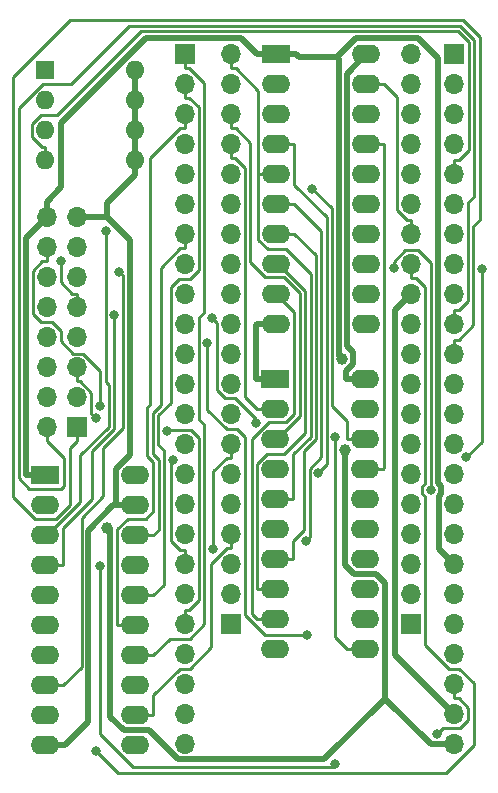
<source format=gbr>
%TF.GenerationSoftware,KiCad,Pcbnew,7.0.1*%
%TF.CreationDate,2023-05-02T12:06:23-07:00*%
%TF.ProjectId,tn9k_f18_fat,746e396b-5f66-4313-985f-6661742e6b69,rev?*%
%TF.SameCoordinates,Original*%
%TF.FileFunction,Copper,L1,Top*%
%TF.FilePolarity,Positive*%
%FSLAX46Y46*%
G04 Gerber Fmt 4.6, Leading zero omitted, Abs format (unit mm)*
G04 Created by KiCad (PCBNEW 7.0.1) date 2023-05-02 12:06:23*
%MOMM*%
%LPD*%
G01*
G04 APERTURE LIST*
%TA.AperFunction,ComponentPad*%
%ADD10R,2.400000X1.600000*%
%TD*%
%TA.AperFunction,ComponentPad*%
%ADD11O,2.400000X1.600000*%
%TD*%
%TA.AperFunction,ComponentPad*%
%ADD12R,1.700000X1.700000*%
%TD*%
%TA.AperFunction,ComponentPad*%
%ADD13O,1.700000X1.700000*%
%TD*%
%TA.AperFunction,ComponentPad*%
%ADD14R,1.600000X1.600000*%
%TD*%
%TA.AperFunction,ComponentPad*%
%ADD15O,1.600000X1.600000*%
%TD*%
%TA.AperFunction,ViaPad*%
%ADD16C,1.000000*%
%TD*%
%TA.AperFunction,ViaPad*%
%ADD17C,0.800000*%
%TD*%
%TA.AperFunction,Conductor*%
%ADD18C,0.500000*%
%TD*%
%TA.AperFunction,Conductor*%
%ADD19C,0.250000*%
%TD*%
G04 APERTURE END LIST*
D10*
%TO.P,U3,1,DIR*%
%TO.N,VCC*%
X138811000Y-85852000D03*
D11*
%TO.P,U3,2,A0*%
%TO.N,~{RESET}*%
X138811000Y-88392000D03*
%TO.P,U3,3,A1*%
%TO.N,~{INT_3V3}*%
X138811000Y-90932000D03*
%TO.P,U3,4,A2*%
%TO.N,~{CSW}*%
X138811000Y-93472000D03*
%TO.P,U3,5,A3*%
%TO.N,~{CSR}*%
X138811000Y-96012000D03*
%TO.P,U3,6,A4*%
%TO.N,MODE*%
X138811000Y-98552000D03*
%TO.P,U3,7,A5*%
%TO.N,CPUCLK_3V3*%
X138811000Y-101092000D03*
%TO.P,U3,8,A6*%
%TO.N,GROMCLK_3V3*%
X138811000Y-103632000D03*
%TO.P,U3,9,A7*%
%TO.N,unconnected-(U3-A7-Pad9)*%
X138811000Y-106172000D03*
%TO.P,U3,10,GND*%
%TO.N,GND*%
X138811000Y-108712000D03*
%TO.P,U3,11,B7*%
%TO.N,unconnected-(U3-B7-Pad11)*%
X146431000Y-108712000D03*
%TO.P,U3,12,B6*%
%TO.N,GROMCLK*%
X146431000Y-106172000D03*
%TO.P,U3,13,B5*%
%TO.N,CPUCLK*%
X146431000Y-103632000D03*
%TO.P,U3,14,B4*%
%TO.N,MODE_3V3*%
X146431000Y-101092000D03*
%TO.P,U3,15,B3*%
%TO.N,~{CSR_3V3}*%
X146431000Y-98552000D03*
%TO.P,U3,16,B2*%
%TO.N,~{CSW_3V3}*%
X146431000Y-96012000D03*
%TO.P,U3,17,B1*%
%TO.N,~{INT}*%
X146431000Y-93472000D03*
%TO.P,U3,18,B0*%
%TO.N,~{RESET_3V3}*%
X146431000Y-90932000D03*
%TO.P,U3,19,~{0E}*%
%TO.N,GND*%
X146431000Y-88392000D03*
%TO.P,U3,20,VCC*%
%TO.N,VCC_3V3*%
X146431000Y-85852000D03*
%TD*%
D12*
%TO.P,J3,1,Pin_1*%
%TO.N,MODE_3V3*%
X150622000Y-50165000D03*
D13*
%TO.P,J3,2,Pin_2*%
%TO.N,~{CSW_3V3}*%
X150622000Y-52705000D03*
%TO.P,J3,3,Pin_3*%
%TO.N,~{CSR_3V3}*%
X150622000Y-55245000D03*
%TO.P,J3,4,Pin_4*%
%TO.N,~{INT_3V3}*%
X150622000Y-57785000D03*
%TO.P,J3,5,Pin_5*%
%TO.N,CPUCLK_3V3*%
X150622000Y-60325000D03*
%TO.P,J3,6,Pin_6*%
%TO.N,GROMCLK_3V3*%
X150622000Y-62865000D03*
%TO.P,J3,7,Pin_7*%
%TO.N,~{RESET_3V3}*%
X150622000Y-65405000D03*
%TO.P,J3,8,Pin_8*%
%TO.N,CD0_3V3*%
X150622000Y-67945000D03*
%TO.P,J3,9,Pin_9*%
%TO.N,CD1_3V3*%
X150622000Y-70485000D03*
%TO.P,J3,10,Pin_10*%
%TO.N,CD2_3V3*%
X150622000Y-73025000D03*
%TO.P,J3,11,Pin_11*%
%TO.N,CD3_3V3*%
X150622000Y-75565000D03*
%TO.P,J3,12,Pin_12*%
%TO.N,CD4_3V3*%
X150622000Y-78105000D03*
%TO.P,J3,13,Pin_13*%
%TO.N,CD5_3V3*%
X150622000Y-80645000D03*
%TO.P,J3,14,Pin_14*%
%TO.N,CD6_3V3*%
X150622000Y-83185000D03*
%TO.P,J3,15,Pin_15*%
%TO.N,CD7_3V3*%
X150622000Y-85725000D03*
%TO.P,J3,16,Pin_16*%
%TO.N,VS_3V3*%
X150622000Y-88265000D03*
%TO.P,J3,17,Pin_17*%
%TO.N,R3_3V3*%
X150622000Y-90805000D03*
%TO.P,J3,18,Pin_18*%
%TO.N,R2_3V3*%
X150622000Y-93345000D03*
%TO.P,J3,19,Pin_19*%
%TO.N,G3_3V3*%
X150622000Y-95885000D03*
%TO.P,J3,20,Pin_20*%
%TO.N,G2_3V3*%
X150622000Y-98425000D03*
%TO.P,J3,21,Pin_21*%
%TO.N,G1_3V3*%
X150622000Y-100965000D03*
%TO.P,J3,22,Pin_22*%
%TO.N,G0_3V3*%
X150622000Y-103505000D03*
%TO.P,J3,23,Pin_23*%
%TO.N,unconnected-(J3-Pin_23-Pad23)*%
X150622000Y-106045000D03*
%TO.P,J3,24,Pin_24*%
%TO.N,unconnected-(J3-Pin_24-Pad24)*%
X150622000Y-108585000D03*
%TD*%
D14*
%TO.P,J5,1,Pin_1*%
%TO.N,USR1_1V8*%
X138811000Y-51562000D03*
D15*
%TO.P,J5,2,Pin_2*%
%TO.N,USR2_1V8*%
X138811000Y-54102000D03*
%TO.P,J5,3,Pin_3*%
%TO.N,USR3_1V8*%
X138811000Y-56642000D03*
%TO.P,J5,4,Pin_4*%
%TO.N,USR4_1V8*%
X138811000Y-59182000D03*
%TO.P,J5,5,Pin_5*%
%TO.N,GND*%
X146431000Y-59182000D03*
%TO.P,J5,6,Pin_6*%
X146431000Y-56642000D03*
%TO.P,J5,7,Pin_7*%
X146431000Y-54102000D03*
%TO.P,J5,8,Pin_8*%
X146431000Y-51562000D03*
%TD*%
D12*
%TO.P,J6,1,Pin_1*%
%TO.N,R0_3V3*%
X141478000Y-81788000D03*
D13*
%TO.P,J6,2,Pin_2*%
%TO.N,R1_3V3*%
X138938000Y-81788000D03*
%TO.P,J6,3,Pin_3*%
%TO.N,R2_3V3*%
X141478000Y-79248000D03*
%TO.P,J6,4,Pin_4*%
%TO.N,R3_3V3*%
X138938000Y-79248000D03*
%TO.P,J6,5,Pin_5*%
%TO.N,G0_3V3*%
X141478000Y-76708000D03*
%TO.P,J6,6,Pin_6*%
%TO.N,G1_3V3*%
X138938000Y-76708000D03*
%TO.P,J6,7,Pin_7*%
%TO.N,G2_3V3*%
X141478000Y-74168000D03*
%TO.P,J6,8,Pin_8*%
%TO.N,G3_3V3*%
X138938000Y-74168000D03*
%TO.P,J6,9,Pin_9*%
%TO.N,B0_3V3*%
X141478000Y-71628000D03*
%TO.P,J6,10,Pin_10*%
%TO.N,B1_3V3*%
X138938000Y-71628000D03*
%TO.P,J6,11,Pin_11*%
%TO.N,B2_3V3*%
X141478000Y-69088000D03*
%TO.P,J6,12,Pin_12*%
%TO.N,B3_3V3*%
X138938000Y-69088000D03*
%TO.P,J6,13,Pin_13*%
%TO.N,HS_3V3*%
X141478000Y-66548000D03*
%TO.P,J6,14,Pin_14*%
%TO.N,VS_3V3*%
X138938000Y-66548000D03*
%TO.P,J6,15,Pin_15*%
%TO.N,GND*%
X141478000Y-64008000D03*
%TO.P,J6,16,Pin_16*%
%TO.N,VCC*%
X138938000Y-64008000D03*
%TD*%
D12*
%TO.P,J4,1,Pin_1*%
%TO.N,HS_3V3*%
X173438900Y-50165000D03*
D13*
%TO.P,J4,2,Pin_2*%
%TO.N,USR1_1V8*%
X173438900Y-52705000D03*
%TO.P,J4,3,Pin_3*%
%TO.N,USR2_1V8*%
X173438900Y-55245000D03*
%TO.P,J4,4,Pin_4*%
%TO.N,USR3_1V8*%
X173438900Y-57785000D03*
%TO.P,J4,5,Pin_5*%
%TO.N,USR4_1V8*%
X173438900Y-60325000D03*
%TO.P,J4,6,Pin_6*%
%TO.N,unconnected-(J4-Pin_6-Pad6)*%
X173438900Y-62865000D03*
%TO.P,J4,7,Pin_7*%
%TO.N,unconnected-(J4-Pin_7-Pad7)*%
X173438900Y-65405000D03*
%TO.P,J4,8,Pin_8*%
%TO.N,unconnected-(J4-Pin_8-Pad8)*%
X173438900Y-67945000D03*
%TO.P,J4,9,Pin_9*%
%TO.N,unconnected-(J4-Pin_9-Pad9)*%
X173438900Y-70485000D03*
%TO.P,J4,10,Pin_10*%
%TO.N,R1_3V3*%
X173438900Y-73025000D03*
%TO.P,J4,11,Pin_11*%
%TO.N,R0_3V3*%
X173438900Y-75565000D03*
%TO.P,J4,12,Pin_12*%
%TO.N,unconnected-(J4-Pin_12-Pad12)*%
X173438900Y-78105000D03*
%TO.P,J4,13,Pin_13*%
%TO.N,unconnected-(J4-Pin_13-Pad13)*%
X173438900Y-80645000D03*
%TO.P,J4,14,Pin_14*%
%TO.N,unconnected-(J4-Pin_14-Pad14)*%
X173438900Y-83185000D03*
%TO.P,J4,15,Pin_15*%
%TO.N,unconnected-(J4-Pin_15-Pad15)*%
X173438900Y-85725000D03*
%TO.P,J4,16,Pin_16*%
%TO.N,unconnected-(J4-Pin_16-Pad16)*%
X173438900Y-88265000D03*
%TO.P,J4,17,Pin_17*%
%TO.N,unconnected-(J4-Pin_17-Pad17)*%
X173438900Y-90805000D03*
%TO.P,J4,18,Pin_18*%
%TO.N,VCC*%
X173438900Y-93345000D03*
%TO.P,J4,19,Pin_19*%
%TO.N,B3_3V3*%
X173438900Y-95885000D03*
%TO.P,J4,20,Pin_20*%
%TO.N,B2_3V3*%
X173438900Y-98425000D03*
%TO.P,J4,21,Pin_21*%
%TO.N,B1_3V3*%
X173438900Y-100965000D03*
%TO.P,J4,22,Pin_22*%
%TO.N,B0_3V3*%
X173438900Y-103505000D03*
%TO.P,J4,23,Pin_23*%
%TO.N,GND*%
X173438900Y-106045000D03*
%TO.P,J4,24,Pin_24*%
%TO.N,VCC_3V3*%
X173438900Y-108585000D03*
%TD*%
D10*
%TO.P,U2,1,DIR*%
%TO.N,VCC*%
X158386700Y-50170000D03*
D11*
%TO.P,U2,2,A0*%
%TO.N,CD0*%
X158386700Y-52710000D03*
%TO.P,U2,3,A1*%
%TO.N,CD1*%
X158386700Y-55250000D03*
%TO.P,U2,4,A2*%
%TO.N,CD2*%
X158386700Y-57790000D03*
%TO.P,U2,5,A3*%
%TO.N,CD3*%
X158386700Y-60330000D03*
%TO.P,U2,6,A4*%
%TO.N,CD4*%
X158386700Y-62870000D03*
%TO.P,U2,7,A5*%
%TO.N,CD5*%
X158386700Y-65410000D03*
%TO.P,U2,8,A6*%
%TO.N,CD6*%
X158386700Y-67950000D03*
%TO.P,U2,9,A7*%
%TO.N,CD7*%
X158386700Y-70490000D03*
%TO.P,U2,10,GND*%
%TO.N,GND*%
X158386700Y-73030000D03*
%TO.P,U2,11,B7*%
%TO.N,CD7_3V3*%
X166006700Y-73030000D03*
%TO.P,U2,12,B6*%
%TO.N,CD6_3V3*%
X166006700Y-70490000D03*
%TO.P,U2,13,B5*%
%TO.N,CD5_3V3*%
X166006700Y-67950000D03*
%TO.P,U2,14,B4*%
%TO.N,CD4_3V3*%
X166006700Y-65410000D03*
%TO.P,U2,15,B3*%
%TO.N,CD3_3V3*%
X166006700Y-62870000D03*
%TO.P,U2,16,B2*%
%TO.N,CD2_3V3*%
X166006700Y-60330000D03*
%TO.P,U2,17,B1*%
%TO.N,CD1_3V3*%
X166006700Y-57790000D03*
%TO.P,U2,18,B0*%
%TO.N,CD0_3V3*%
X166006700Y-55250000D03*
%TO.P,U2,19,~{0E}*%
%TO.N,~{CSW}*%
X166006700Y-52710000D03*
%TO.P,U2,20,VCC*%
%TO.N,VCC_3V3*%
X166006700Y-50170000D03*
%TD*%
D10*
%TO.P,U1,1,DIR*%
%TO.N,GND*%
X158300500Y-77698600D03*
D11*
%TO.P,U1,2,A0*%
%TO.N,CD0*%
X158300500Y-80238600D03*
%TO.P,U1,3,A1*%
%TO.N,CD1*%
X158300500Y-82778600D03*
%TO.P,U1,4,A2*%
%TO.N,CD2*%
X158300500Y-85318600D03*
%TO.P,U1,5,A3*%
%TO.N,CD3*%
X158300500Y-87858600D03*
%TO.P,U1,6,A4*%
%TO.N,CD4*%
X158300500Y-90398600D03*
%TO.P,U1,7,A5*%
%TO.N,CD5*%
X158300500Y-92938600D03*
%TO.P,U1,8,A6*%
%TO.N,CD6*%
X158300500Y-95478600D03*
%TO.P,U1,9,A7*%
%TO.N,CD7*%
X158300500Y-98018600D03*
%TO.P,U1,10,GND*%
%TO.N,GND*%
X158300500Y-100558600D03*
%TO.P,U1,11,B7*%
%TO.N,CD7_3V3*%
X165920500Y-100558600D03*
%TO.P,U1,12,B6*%
%TO.N,CD6_3V3*%
X165920500Y-98018600D03*
%TO.P,U1,13,B5*%
%TO.N,CD5_3V3*%
X165920500Y-95478600D03*
%TO.P,U1,14,B4*%
%TO.N,CD4_3V3*%
X165920500Y-92938600D03*
%TO.P,U1,15,B3*%
%TO.N,CD3_3V3*%
X165920500Y-90398600D03*
%TO.P,U1,16,B2*%
%TO.N,CD2_3V3*%
X165920500Y-87858600D03*
%TO.P,U1,17,B1*%
%TO.N,CD1_3V3*%
X165920500Y-85318600D03*
%TO.P,U1,18,B0*%
%TO.N,CD0_3V3*%
X165920500Y-82778600D03*
%TO.P,U1,19,~{0E}*%
%TO.N,~{CSR}*%
X165920500Y-80238600D03*
%TO.P,U1,20,VCC*%
%TO.N,VCC_3V3*%
X165920500Y-77698600D03*
%TD*%
D12*
%TO.P,J2,1,Pin_1*%
%TO.N,unconnected-(J2-Pin_1-Pad1)*%
X154566700Y-98420000D03*
D13*
%TO.P,J2,2,Pin_2*%
%TO.N,unconnected-(J2-Pin_2-Pad2)*%
X154566700Y-95880000D03*
%TO.P,J2,3,Pin_3*%
%TO.N,CPUCLK*%
X154566700Y-93340000D03*
%TO.P,J2,4,Pin_4*%
%TO.N,GROMCLK*%
X154566700Y-90800000D03*
%TO.P,J2,5,Pin_5*%
%TO.N,COMVID*%
X154566700Y-88260000D03*
%TO.P,J2,6,Pin_6*%
%TO.N,EXTVDP*%
X154566700Y-85720000D03*
%TO.P,J2,7,Pin_7*%
%TO.N,~{RESET}*%
X154566700Y-83180000D03*
%TO.P,J2,8,Pin_8*%
%TO.N,VCC*%
X154566700Y-80640000D03*
%TO.P,J2,9,Pin_9*%
%TO.N,unconnected-(J2-Pin_9-Pad9)*%
X154566700Y-78100000D03*
%TO.P,J2,10,Pin_10*%
%TO.N,unconnected-(J2-Pin_10-Pad10)*%
X154566700Y-75560000D03*
%TO.P,J2,11,Pin_11*%
%TO.N,unconnected-(J2-Pin_11-Pad11)*%
X154566700Y-73020000D03*
%TO.P,J2,12,Pin_12*%
%TO.N,unconnected-(J2-Pin_12-Pad12)*%
X154566700Y-70480000D03*
%TO.P,J2,13,Pin_13*%
%TO.N,unconnected-(J2-Pin_13-Pad13)*%
X154566700Y-67940000D03*
%TO.P,J2,14,Pin_14*%
%TO.N,unconnected-(J2-Pin_14-Pad14)*%
X154566700Y-65400000D03*
%TO.P,J2,15,Pin_15*%
%TO.N,unconnected-(J2-Pin_15-Pad15)*%
X154566700Y-62860000D03*
%TO.P,J2,16,Pin_16*%
%TO.N,unconnected-(J2-Pin_16-Pad16)*%
X154566700Y-60320000D03*
%TO.P,J2,17,Pin_17*%
%TO.N,CD0*%
X154566700Y-57780000D03*
%TO.P,J2,18,Pin_18*%
%TO.N,CD1*%
X154566700Y-55240000D03*
%TO.P,J2,19,Pin_19*%
%TO.N,CD2*%
X154566700Y-52700000D03*
%TO.P,J2,20,Pin_20*%
%TO.N,CD3*%
X154566700Y-50160000D03*
%TD*%
D12*
%TO.P,J1,1,Pin_1*%
%TO.N,unconnected-(J1-Pin_1-Pad1)*%
X169806700Y-98420000D03*
D13*
%TO.P,J1,2,Pin_2*%
%TO.N,unconnected-(J1-Pin_2-Pad2)*%
X169806700Y-95880000D03*
%TO.P,J1,3,Pin_3*%
%TO.N,unconnected-(J1-Pin_3-Pad3)*%
X169806700Y-93340000D03*
%TO.P,J1,4,Pin_4*%
%TO.N,unconnected-(J1-Pin_4-Pad4)*%
X169806700Y-90800000D03*
%TO.P,J1,5,Pin_5*%
%TO.N,unconnected-(J1-Pin_5-Pad5)*%
X169806700Y-88260000D03*
%TO.P,J1,6,Pin_6*%
%TO.N,unconnected-(J1-Pin_6-Pad6)*%
X169806700Y-85720000D03*
%TO.P,J1,7,Pin_7*%
%TO.N,unconnected-(J1-Pin_7-Pad7)*%
X169806700Y-83180000D03*
%TO.P,J1,8,Pin_8*%
%TO.N,unconnected-(J1-Pin_8-Pad8)*%
X169806700Y-80640000D03*
%TO.P,J1,9,Pin_9*%
%TO.N,unconnected-(J1-Pin_9-Pad9)*%
X169806700Y-78100000D03*
%TO.P,J1,10,Pin_10*%
%TO.N,unconnected-(J1-Pin_10-Pad10)*%
X169806700Y-75560000D03*
%TO.P,J1,11,Pin_11*%
%TO.N,unconnected-(J1-Pin_11-Pad11)*%
X169806700Y-73020000D03*
%TO.P,J1,12,Pin_12*%
%TO.N,GND*%
X169806700Y-70480000D03*
%TO.P,J1,13,Pin_13*%
%TO.N,MODE*%
X169806700Y-67940000D03*
%TO.P,J1,14,Pin_14*%
%TO.N,~{CSW}*%
X169806700Y-65400000D03*
%TO.P,J1,15,Pin_15*%
%TO.N,~{CSR}*%
X169806700Y-62860000D03*
%TO.P,J1,16,Pin_16*%
%TO.N,~{INT}*%
X169806700Y-60320000D03*
%TO.P,J1,17,Pin_17*%
%TO.N,CD7*%
X169806700Y-57780000D03*
%TO.P,J1,18,Pin_18*%
%TO.N,CD6*%
X169806700Y-55240000D03*
%TO.P,J1,19,Pin_19*%
%TO.N,CD5*%
X169806700Y-52700000D03*
%TO.P,J1,20,Pin_20*%
%TO.N,CD4*%
X169806700Y-50160000D03*
%TD*%
D16*
%TO.N,VCC_3V3*%
X164210400Y-83660000D03*
X144060000Y-90259600D03*
D17*
%TO.N,VS_3V3*%
X143457100Y-79985400D03*
%TO.N,R2_3V3*%
X149629700Y-84507400D03*
D16*
%TO.N,VCC*%
X163905000Y-76019200D03*
D17*
%TO.N,B0_3V3*%
X140123500Y-67733900D03*
X172016200Y-107700800D03*
%TO.N,B2_3V3*%
X160964300Y-99367000D03*
X152528200Y-74664000D03*
%TO.N,~{INT_3V3}*%
X143917500Y-65111800D03*
%TO.N,GROMCLK_3V3*%
X145092700Y-68599500D03*
%TO.N,CD0_3V3*%
X161426000Y-61575100D03*
%TO.N,CD2_3V3*%
X152931900Y-72486000D03*
X156667000Y-81387200D03*
%TO.N,CD4_3V3*%
X175790100Y-68345400D03*
X174469400Y-84304000D03*
%TO.N,CD5_3V3*%
X168306800Y-68289000D03*
X171464500Y-87084800D03*
%TO.N,CD7_3V3*%
X163357600Y-82590600D03*
%TO.N,G0_3V3*%
X143083900Y-81011700D03*
%TO.N,G2_3V3*%
X149128900Y-82118100D03*
%TO.N,MODE*%
X143120400Y-109137900D03*
%TO.N,~{CSW}*%
X144642600Y-72261600D03*
%TO.N,~{INT}*%
X163340100Y-110283100D03*
X143450300Y-93555400D03*
%TO.N,CD4*%
X160920200Y-91361800D03*
%TO.N,CD2*%
X161927000Y-85607400D03*
%TO.N,~{RESET}*%
X153041000Y-92061500D03*
%TD*%
D18*
%TO.N,VCC_3V3*%
X164270400Y-77698600D02*
X164270400Y-76997600D01*
X164210400Y-93423000D02*
X164996000Y-94208600D01*
X167600100Y-104743100D02*
X171442000Y-108585000D01*
X164855100Y-75383100D02*
X164356500Y-74884500D01*
X164210400Y-83660000D02*
X164210400Y-93423000D01*
X164996000Y-94208600D02*
X166850500Y-94208600D01*
X144300400Y-90500000D02*
X144060000Y-90259600D01*
X171442000Y-108585000D02*
X172138800Y-108585000D01*
X167600100Y-94958200D02*
X167600100Y-104743100D01*
X144300400Y-106301200D02*
X144300400Y-90500000D01*
X173438900Y-108585000D02*
X172138800Y-108585000D01*
X165920500Y-77698600D02*
X164270400Y-77698600D01*
X164356500Y-51820200D02*
X166006700Y-50170000D01*
X150014000Y-109894700D02*
X147561100Y-107441800D01*
X164855100Y-76412900D02*
X164855100Y-75383100D01*
X164270400Y-76997600D02*
X164855100Y-76412900D01*
X167600100Y-104743100D02*
X162448500Y-109894700D01*
X166850500Y-94208600D02*
X167600100Y-94958200D01*
X145441000Y-107441800D02*
X144300400Y-106301200D01*
X147561100Y-107441800D02*
X145441000Y-107441800D01*
X162448500Y-109894700D02*
X150014000Y-109894700D01*
X164356500Y-74884500D02*
X164356500Y-51820200D01*
%TO.N,GND*%
X145957800Y-84157200D02*
X145957800Y-65924600D01*
X144583900Y-88392000D02*
X142463100Y-90512800D01*
X168462800Y-101068900D02*
X173438900Y-106045000D01*
X158386700Y-73030000D02*
X156736600Y-73030000D01*
X146431000Y-56642000D02*
X146431000Y-54102000D01*
X146431000Y-51562000D02*
X146431000Y-54102000D01*
X146431000Y-59182000D02*
X146431000Y-60432100D01*
X146431000Y-88392000D02*
X144780800Y-88392000D01*
X144780800Y-85334200D02*
X145957800Y-84157200D01*
X144041200Y-64008000D02*
X141478000Y-64008000D01*
X145957800Y-65924600D02*
X144041200Y-64008000D01*
X168462800Y-71823900D02*
X168462800Y-101068900D01*
X146431000Y-60432100D02*
X144041200Y-62821900D01*
X146431000Y-56642000D02*
X146431000Y-59182000D01*
X144041200Y-62821900D02*
X144041200Y-64008000D01*
X144780800Y-88392000D02*
X144780800Y-85334200D01*
X138811000Y-108712000D02*
X140461100Y-108712000D01*
X142463100Y-90512800D02*
X142463100Y-106710000D01*
X158300500Y-77698600D02*
X156650400Y-77698600D01*
X156736600Y-73030000D02*
X156650400Y-73116200D01*
X144780800Y-88392000D02*
X144583900Y-88392000D01*
X142463100Y-106710000D02*
X140461100Y-108712000D01*
X156650400Y-73116200D02*
X156650400Y-77698600D01*
X169806700Y-70480000D02*
X168462800Y-71823900D01*
D19*
%TO.N,VS_3V3*%
X137736100Y-72168700D02*
X137736100Y-68559700D01*
X137736100Y-68559700D02*
X138572700Y-67723100D01*
X141968500Y-75532800D02*
X141178700Y-75532800D01*
X138572700Y-67723100D02*
X138938000Y-67723100D01*
X138938000Y-66548000D02*
X138938000Y-67723100D01*
X140113200Y-73642300D02*
X139368900Y-72898000D01*
X140113200Y-74467300D02*
X140113200Y-73642300D01*
X138465400Y-72898000D02*
X137736100Y-72168700D01*
X141178700Y-75532800D02*
X140113200Y-74467300D01*
X143457100Y-79985400D02*
X143457100Y-77021400D01*
X143457100Y-77021400D02*
X141968500Y-75532800D01*
X139368900Y-72898000D02*
X138465400Y-72898000D01*
%TO.N,USR4_1V8*%
X174660900Y-49159000D02*
X174660900Y-58293100D01*
X138811000Y-59182000D02*
X138811000Y-58056900D01*
X138811000Y-58056900D02*
X138529700Y-58056900D01*
X174660900Y-58293100D02*
X173804100Y-59149900D01*
X138529700Y-58056900D02*
X137676300Y-57203500D01*
X137676300Y-56127500D02*
X138431800Y-55372000D01*
X173755600Y-48253700D02*
X174660900Y-49159000D01*
X139768700Y-55372000D02*
X146887000Y-48253700D01*
X137676300Y-57203500D02*
X137676300Y-56127500D01*
X138431800Y-55372000D02*
X139768700Y-55372000D01*
X146887000Y-48253700D02*
X173755600Y-48253700D01*
X173438900Y-60325000D02*
X173438900Y-59149900D01*
X173804100Y-59149900D02*
X173438900Y-59149900D01*
%TO.N,R2_3V3*%
X149629700Y-84507400D02*
X149446800Y-84690300D01*
X150254800Y-92169900D02*
X150622000Y-92169900D01*
X150622000Y-93345000D02*
X150622000Y-92169900D01*
X149446800Y-84690300D02*
X149446800Y-91361900D01*
X149446800Y-91361900D02*
X150254800Y-92169900D01*
D18*
%TO.N,VCC*%
X172314600Y-87437000D02*
X172314600Y-86732600D01*
X138938000Y-64008000D02*
X138938000Y-62707900D01*
X155395500Y-48828900D02*
X156736600Y-50170000D01*
X163551800Y-50445800D02*
X160312600Y-50445800D01*
X173438900Y-93345000D02*
X172132700Y-92038800D01*
X172314600Y-86732600D02*
X172072100Y-86490100D01*
X170408400Y-48853000D02*
X165144600Y-48853000D01*
X172132700Y-92038800D02*
X172132700Y-87618900D01*
X163654900Y-75769100D02*
X163905000Y-76019200D01*
X165144600Y-48853000D02*
X163551800Y-50445800D01*
X172132700Y-87618900D02*
X172314600Y-87437000D01*
X158386700Y-50170000D02*
X156736600Y-50170000D01*
X172072100Y-50516700D02*
X170408400Y-48853000D01*
X172072100Y-86490100D02*
X172072100Y-50516700D01*
X163654900Y-50548900D02*
X163654900Y-75769100D01*
X158386700Y-50170000D02*
X160036800Y-50170000D01*
X137160900Y-65785100D02*
X138938000Y-64008000D01*
X160312600Y-50445800D02*
X160036800Y-50170000D01*
X138938000Y-62707900D02*
X140177800Y-61468100D01*
X137160900Y-85852000D02*
X137160900Y-65785100D01*
X140177800Y-55983400D02*
X147332300Y-48828900D01*
X138811000Y-85852000D02*
X137160900Y-85852000D01*
X163551800Y-50445800D02*
X163654900Y-50548900D01*
X147332300Y-48828900D02*
X155395500Y-48828900D01*
X140177800Y-61468100D02*
X140177800Y-55983400D01*
D19*
%TO.N,B0_3V3*%
X173438900Y-103505000D02*
X173438900Y-104680100D01*
X174623700Y-106559400D02*
X173962900Y-107220200D01*
X141478000Y-71628000D02*
X141478000Y-70452900D01*
X140123500Y-69463700D02*
X141112700Y-70452900D01*
X141112700Y-70452900D02*
X141478000Y-70452900D01*
X140123500Y-67733900D02*
X140123500Y-69463700D01*
X173806100Y-104680100D02*
X174623700Y-105497700D01*
X174623700Y-105497700D02*
X174623700Y-106559400D01*
X173438900Y-104680100D02*
X173806100Y-104680100D01*
X173962900Y-107220200D02*
X172496800Y-107220200D01*
X172496800Y-107220200D02*
X172016200Y-107700800D01*
%TO.N,B2_3V3*%
X157419600Y-99367000D02*
X155747900Y-97695300D01*
X155747900Y-82617300D02*
X155040600Y-81910000D01*
X155040600Y-81910000D02*
X154162700Y-81910000D01*
X155747900Y-97695300D02*
X155747900Y-82617300D01*
X152528200Y-80275500D02*
X152528200Y-74664000D01*
X154162700Y-81910000D02*
X152528200Y-80275500D01*
X160964300Y-99367000D02*
X157419600Y-99367000D01*
%TO.N,MODE_3V3*%
X152285800Y-98459300D02*
X151050100Y-99695000D01*
X146431000Y-101092000D02*
X147956100Y-101092000D01*
X152260700Y-72039200D02*
X151800100Y-72499800D01*
X152260700Y-52611600D02*
X152260700Y-72039200D01*
X150622000Y-50165000D02*
X150622000Y-51340100D01*
X151800100Y-72499800D02*
X151800100Y-81097000D01*
X151050100Y-99695000D02*
X149353100Y-99695000D01*
X152285800Y-81582700D02*
X152285800Y-98459300D01*
X150622000Y-51340100D02*
X150989200Y-51340100D01*
X151800100Y-81097000D02*
X152285800Y-81582700D01*
X150989200Y-51340100D02*
X152260700Y-52611600D01*
X149353100Y-99695000D02*
X147956100Y-101092000D01*
%TO.N,~{CSW_3V3}*%
X150622000Y-52705000D02*
X150622000Y-53880100D01*
X150140900Y-69215000D02*
X151033500Y-69215000D01*
X151033500Y-69215000D02*
X151802200Y-68446300D01*
X148382300Y-80756800D02*
X149446800Y-79692300D01*
X148870400Y-95097700D02*
X148870400Y-83732700D01*
X149446800Y-79692300D02*
X149446800Y-69909100D01*
X146431000Y-96012000D02*
X147956100Y-96012000D01*
X150989200Y-53880100D02*
X150622000Y-53880100D01*
X147956100Y-96012000D02*
X148870400Y-95097700D01*
X148870400Y-83732700D02*
X148382300Y-83244600D01*
X149446800Y-69909100D02*
X150140900Y-69215000D01*
X148382300Y-83244600D02*
X148382300Y-80756800D01*
X151802200Y-68446300D02*
X151802200Y-54693100D01*
X151802200Y-54693100D02*
X150989200Y-53880100D01*
%TO.N,~{CSR_3V3}*%
X147465500Y-80082200D02*
X147465500Y-84237700D01*
X147328000Y-89517200D02*
X145794300Y-89517200D01*
X147465500Y-84237700D02*
X147965000Y-84737200D01*
X147965000Y-88880200D02*
X147328000Y-89517200D01*
X144905900Y-90405600D02*
X144905900Y-98552000D01*
X147965000Y-84737200D02*
X147965000Y-88880200D01*
X146431000Y-98552000D02*
X144905900Y-98552000D01*
X147690700Y-79857000D02*
X147465500Y-80082200D01*
X145794300Y-89517200D02*
X144905900Y-90405600D01*
X150622000Y-56420100D02*
X150254800Y-56420100D01*
X147690700Y-58984200D02*
X147690700Y-79857000D01*
X150254800Y-56420100D02*
X147690700Y-58984200D01*
X150622000Y-55245000D02*
X150622000Y-56420100D01*
%TO.N,~{INT_3V3}*%
X138970100Y-90932000D02*
X141790800Y-88111300D01*
X144192400Y-81736900D02*
X144192400Y-78186700D01*
X141790800Y-88111300D02*
X141790800Y-84138500D01*
X141790800Y-84138500D02*
X144192400Y-81736900D01*
X138811000Y-90932000D02*
X138970100Y-90932000D01*
X144192400Y-78186700D02*
X143917500Y-77911800D01*
X143917500Y-77911800D02*
X143917500Y-65111800D01*
%TO.N,GROMCLK_3V3*%
X141888000Y-89450700D02*
X143711900Y-87626800D01*
X141888000Y-102080100D02*
X141888000Y-89450700D01*
X145367800Y-68874600D02*
X145092700Y-68599500D01*
X138811000Y-103632000D02*
X140336100Y-103632000D01*
X145367800Y-81856200D02*
X145367800Y-68874600D01*
X143711900Y-87626800D02*
X143711900Y-83512100D01*
X140336100Y-103632000D02*
X141888000Y-102080100D01*
X143711900Y-83512100D02*
X145367800Y-81856200D01*
%TO.N,~{RESET_3V3}*%
X148576800Y-79925700D02*
X148576800Y-68258100D01*
X150622000Y-65405000D02*
X150622000Y-66580100D01*
X148576800Y-68258100D02*
X150254800Y-66580100D01*
X147915700Y-84051200D02*
X147915700Y-80586800D01*
X147915700Y-80586800D02*
X148576800Y-79925700D01*
X148415200Y-84550700D02*
X147915700Y-84051200D01*
X148415200Y-90472900D02*
X148415200Y-84550700D01*
X147956100Y-90932000D02*
X148415200Y-90472900D01*
X146431000Y-90932000D02*
X147956100Y-90932000D01*
X150254800Y-66580100D02*
X150622000Y-66580100D01*
%TO.N,CD0_3V3*%
X163079800Y-63228900D02*
X161426000Y-61575100D01*
X165920500Y-82778600D02*
X164395400Y-82778600D01*
X163079800Y-79937900D02*
X163079800Y-63228900D01*
X164395400Y-82778600D02*
X164395400Y-81253500D01*
X164395400Y-81253500D02*
X163079800Y-79937900D01*
%TO.N,CD1_3V3*%
X167531800Y-85232400D02*
X167531800Y-57790000D01*
X166006700Y-57790000D02*
X167531800Y-57790000D01*
X165920500Y-85318600D02*
X167445600Y-85318600D01*
X167445600Y-85318600D02*
X167531800Y-85232400D01*
%TO.N,CD2_3V3*%
X154039800Y-79275200D02*
X153375200Y-78610600D01*
X153375200Y-78610600D02*
X153375200Y-72929300D01*
X153375200Y-72929300D02*
X152931900Y-72486000D01*
X156667000Y-81387200D02*
X156667000Y-81067800D01*
X154874400Y-79275200D02*
X154039800Y-79275200D01*
X156667000Y-81067800D02*
X154874400Y-79275200D01*
%TO.N,CD4_3V3*%
X175790100Y-82983300D02*
X174469400Y-84304000D01*
X175790100Y-68345400D02*
X175790100Y-82983300D01*
%TO.N,CD5_3V3*%
X170366000Y-66764800D02*
X169287700Y-66764800D01*
X168306800Y-67745700D02*
X168306800Y-68289000D01*
X171464500Y-67863300D02*
X170366000Y-66764800D01*
X169287700Y-66764800D02*
X168306800Y-67745700D01*
X171464500Y-87084800D02*
X171464500Y-67863300D01*
%TO.N,CD7_3V3*%
X164395400Y-100558600D02*
X163357600Y-99520800D01*
X165920500Y-100558600D02*
X164395400Y-100558600D01*
X163357600Y-99520800D02*
X163357600Y-82590600D01*
%TO.N,R0_3V3*%
X173438900Y-75565000D02*
X173438900Y-74389900D01*
X175588200Y-64231900D02*
X175588200Y-48765100D01*
X140952100Y-88313300D02*
X140952100Y-83489000D01*
X174148300Y-47325200D02*
X140920200Y-47325200D01*
X141478000Y-81788000D02*
X141478000Y-82963100D01*
X175064200Y-73131800D02*
X175064200Y-64755900D01*
X136114100Y-52131300D02*
X136114100Y-87686900D01*
X175064200Y-64755900D02*
X175588200Y-64231900D01*
X175588200Y-48765100D02*
X174148300Y-47325200D01*
X137976000Y-89548800D02*
X139716600Y-89548800D01*
X136114100Y-87686900D02*
X137976000Y-89548800D01*
X173438900Y-74389900D02*
X173806100Y-74389900D01*
X139716600Y-89548800D02*
X140952100Y-88313300D01*
X140920200Y-47325200D02*
X136114100Y-52131300D01*
X173806100Y-74389900D02*
X175064200Y-73131800D01*
X140952100Y-83489000D02*
X141478000Y-82963100D01*
%TO.N,R1_3V3*%
X138938000Y-82963100D02*
X140371600Y-84396700D01*
X173942100Y-47803500D02*
X175138000Y-48999400D01*
X137457000Y-86977200D02*
X136585700Y-86105900D01*
X173438900Y-73025000D02*
X173438900Y-71849900D01*
X173806200Y-71849900D02*
X173438900Y-71849900D01*
X138633500Y-52687200D02*
X141035800Y-52687200D01*
X140371600Y-86761900D02*
X140156300Y-86977200D01*
X174614000Y-62743300D02*
X174614000Y-71042100D01*
X140371600Y-84396700D02*
X140371600Y-86761900D01*
X138938000Y-81788000D02*
X138938000Y-82963100D01*
X175138000Y-48999400D02*
X175138000Y-62219300D01*
X136585700Y-86105900D02*
X136585700Y-54735000D01*
X174614000Y-71042100D02*
X173806200Y-71849900D01*
X145919500Y-47803500D02*
X173942100Y-47803500D01*
X141035800Y-52687200D02*
X145919500Y-47803500D01*
X175138000Y-62219300D02*
X174614000Y-62743300D01*
X136585700Y-54735000D02*
X138633500Y-52687200D01*
X140156300Y-86977200D02*
X137457000Y-86977200D01*
%TO.N,G0_3V3*%
X141478000Y-77883100D02*
X141775100Y-77883100D01*
X142721800Y-78829800D02*
X142721800Y-80649600D01*
X142721800Y-80649600D02*
X143083900Y-81011700D01*
X141478000Y-76708000D02*
X141478000Y-77883100D01*
X141775100Y-77883100D02*
X142721800Y-78829800D01*
%TO.N,G2_3V3*%
X149266700Y-81980300D02*
X149128900Y-82118100D01*
X150989200Y-97249900D02*
X151824000Y-96415100D01*
X150622000Y-97249900D02*
X150989200Y-97249900D01*
X150622000Y-98425000D02*
X150622000Y-97249900D01*
X151824000Y-82673900D02*
X151130400Y-81980300D01*
X151824000Y-96415100D02*
X151824000Y-82673900D01*
X151130400Y-81980300D02*
X149266700Y-81980300D01*
%TO.N,MODE*%
X170739400Y-86784500D02*
X170981800Y-86542100D01*
X175073800Y-103461300D02*
X173847500Y-102235000D01*
X170981800Y-100183300D02*
X170981800Y-87627500D01*
X170981800Y-69922900D02*
X170174000Y-69115100D01*
X172715600Y-111012100D02*
X175073800Y-108653900D01*
X144994600Y-111012100D02*
X172715600Y-111012100D01*
X170739400Y-87385100D02*
X170739400Y-86784500D01*
X143120400Y-109137900D02*
X144994600Y-111012100D01*
X170174000Y-69115100D02*
X169806700Y-69115100D01*
X170981800Y-87627500D02*
X170739400Y-87385100D01*
X173033500Y-102235000D02*
X170981800Y-100183300D01*
X173847500Y-102235000D02*
X173033500Y-102235000D01*
X175073800Y-108653900D02*
X175073800Y-103461300D01*
X169806700Y-67940000D02*
X169806700Y-69115100D01*
X170981800Y-86542100D02*
X170981800Y-69922900D01*
%TO.N,~{CSW}*%
X142814300Y-87811200D02*
X142814300Y-83773000D01*
X140336100Y-90289400D02*
X142814300Y-87811200D01*
X168631600Y-63417100D02*
X169439400Y-64224900D01*
X144642600Y-81944700D02*
X144642600Y-72261600D01*
X169806700Y-65400000D02*
X169806700Y-64224900D01*
X166006700Y-52710000D02*
X167531800Y-52710000D01*
X168631600Y-53809800D02*
X168631600Y-63417100D01*
X140336100Y-93472000D02*
X140336100Y-90289400D01*
X142814300Y-83773000D02*
X144642600Y-81944700D01*
X167531800Y-52710000D02*
X168631600Y-53809800D01*
X138811000Y-93472000D02*
X140336100Y-93472000D01*
X169439400Y-64224900D02*
X169806700Y-64224900D01*
%TO.N,~{INT}*%
X143450300Y-107739200D02*
X146237200Y-110526100D01*
X163097100Y-110526100D02*
X163340100Y-110283100D01*
X143450300Y-93555400D02*
X143450300Y-107739200D01*
X146237200Y-110526100D02*
X163097100Y-110526100D01*
%TO.N,CD7*%
X156325000Y-82758800D02*
X156325000Y-97568200D01*
X159911800Y-72015100D02*
X159911800Y-80630600D01*
X158300500Y-98018600D02*
X156775400Y-98018600D01*
X158386700Y-70490000D02*
X159911800Y-72015100D01*
X159178600Y-81363800D02*
X157720000Y-81363800D01*
X156325000Y-97568200D02*
X156775400Y-98018600D01*
X159911800Y-80630600D02*
X159178600Y-81363800D01*
X157720000Y-81363800D02*
X156325000Y-82758800D01*
%TO.N,CD6*%
X158519900Y-67950000D02*
X160829200Y-70259300D01*
X160829200Y-70259300D02*
X160829200Y-82241200D01*
X156775400Y-84847000D02*
X156775400Y-95478600D01*
X157573800Y-84048600D02*
X156775400Y-84847000D01*
X159021800Y-84048600D02*
X157573800Y-84048600D01*
X160829200Y-82241200D02*
X159021800Y-84048600D01*
X158300500Y-95478600D02*
X156775400Y-95478600D01*
X158386700Y-67950000D02*
X158519900Y-67950000D01*
%TO.N,CD5*%
X158300500Y-92938600D02*
X159825600Y-92938600D01*
X160751800Y-90504900D02*
X160751800Y-83762000D01*
X159825600Y-91431100D02*
X160751800Y-90504900D01*
X160751800Y-83762000D02*
X161729500Y-82784300D01*
X161729500Y-82784300D02*
X161729500Y-67227700D01*
X161729500Y-67227700D02*
X159911800Y-65410000D01*
X159825600Y-92938600D02*
X159825600Y-91431100D01*
X158386700Y-65410000D02*
X159911800Y-65410000D01*
%TO.N,CD4*%
X162179600Y-65137800D02*
X162179600Y-84329400D01*
X162179600Y-84329400D02*
X161201900Y-85307100D01*
X159911800Y-62870000D02*
X162179600Y-65137800D01*
X161201900Y-91080100D02*
X160920200Y-91361800D01*
X158386700Y-62870000D02*
X159911800Y-62870000D01*
X161201900Y-85307100D02*
X161201900Y-91080100D01*
%TO.N,CD3*%
X161279400Y-68787100D02*
X159172300Y-66680000D01*
X154933900Y-51335100D02*
X156861600Y-53262800D01*
X159825600Y-84051600D02*
X161279400Y-82597800D01*
X158300500Y-87858600D02*
X159825600Y-87858600D01*
X159825600Y-87858600D02*
X159825600Y-84051600D01*
X157655800Y-66680000D02*
X156861600Y-65885800D01*
X158386700Y-60330000D02*
X156861600Y-60330000D01*
X159172300Y-66680000D02*
X157655800Y-66680000D01*
X154566700Y-50160000D02*
X154566700Y-51335100D01*
X156861600Y-53262800D02*
X156861600Y-60330000D01*
X161279400Y-82597800D02*
X161279400Y-68787100D01*
X156861600Y-65885800D02*
X156861600Y-60330000D01*
X154566700Y-51335100D02*
X154933900Y-51335100D01*
%TO.N,CD2*%
X158386700Y-57790000D02*
X159911800Y-57790000D01*
X159911800Y-57790000D02*
X159911800Y-61218500D01*
X159911800Y-61218500D02*
X162629700Y-63936400D01*
X162629700Y-84904700D02*
X161927000Y-85607400D01*
X162629700Y-63936400D02*
X162629700Y-84904700D01*
%TO.N,CD1*%
X160362000Y-70428800D02*
X160362000Y-80817100D01*
X158400500Y-82778600D02*
X158300500Y-82778600D01*
X159008300Y-69075100D02*
X160362000Y-70428800D01*
X154934000Y-56415100D02*
X156191900Y-57673000D01*
X156191900Y-57673000D02*
X156191900Y-67809500D01*
X154566700Y-55240000D02*
X154566700Y-56415100D01*
X156191900Y-67809500D02*
X157457500Y-69075100D01*
X157457500Y-69075100D02*
X159008300Y-69075100D01*
X154566700Y-56415100D02*
X154934000Y-56415100D01*
X160362000Y-80817100D02*
X158400500Y-82778600D01*
%TO.N,CD0*%
X154566700Y-57780000D02*
X154566700Y-58955100D01*
X155741800Y-59806600D02*
X155741800Y-79205000D01*
X154890300Y-58955100D02*
X155741800Y-59806600D01*
X158300500Y-80238600D02*
X156775400Y-80238600D01*
X155741800Y-79205000D02*
X156775400Y-80238600D01*
X154566700Y-58955100D02*
X154890300Y-58955100D01*
%TO.N,~{RESET}*%
X154566700Y-83180000D02*
X154566700Y-84355100D01*
X153041000Y-85513600D02*
X154199500Y-84355100D01*
X154199500Y-84355100D02*
X154566700Y-84355100D01*
X153041000Y-92061500D02*
X153041000Y-85513600D01*
%TO.N,GROMCLK*%
X151037900Y-102235000D02*
X150200100Y-102235000D01*
X154238600Y-91975100D02*
X152890100Y-93323600D01*
X152890100Y-93323600D02*
X152890100Y-100382800D01*
X150200100Y-102235000D02*
X147956100Y-104479000D01*
X152890100Y-100382800D02*
X151037900Y-102235000D01*
X154566700Y-90800000D02*
X154566700Y-91975100D01*
X146431000Y-106172000D02*
X147956100Y-106172000D01*
X147956100Y-104479000D02*
X147956100Y-106172000D01*
X154566700Y-91975100D02*
X154238600Y-91975100D01*
%TD*%
M02*

</source>
